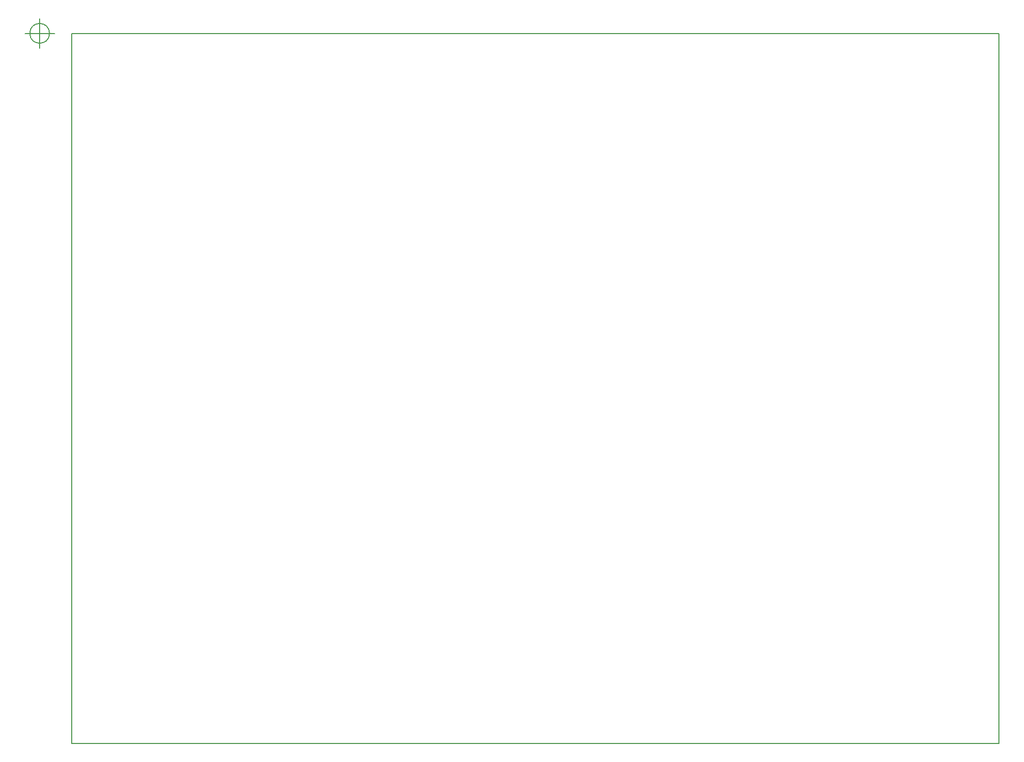
<source format=gko>
G04 #@! TF.GenerationSoftware,KiCad,Pcbnew,(5.1.0)-1*
G04 #@! TF.CreationDate,2019-09-04T16:49:56-07:00*
G04 #@! TF.ProjectId,pwr supply rev 5,70777220-7375-4707-906c-792072657620,rev?*
G04 #@! TF.SameCoordinates,Original*
G04 #@! TF.FileFunction,Profile,NP*
%FSLAX46Y46*%
G04 Gerber Fmt 4.6, Leading zero omitted, Abs format (unit mm)*
G04 Created by KiCad (PCBNEW (5.1.0)-1) date 2019-09-04 16:49:56*
%MOMM*%
%LPD*%
G04 APERTURE LIST*
%ADD10C,0.150000*%
G04 APERTURE END LIST*
D10*
X1666666Y0D02*
G75*
G03X1666666Y0I-1666666J0D01*
G01*
X-2500000Y0D02*
X2500000Y0D01*
X0Y2500000D02*
X0Y-2500000D01*
X1666666Y0D02*
G75*
G03X1666666Y0I-1666666J0D01*
G01*
X-2500000Y0D02*
X2500000Y0D01*
X0Y2500000D02*
X0Y-2500000D01*
X5400000Y0D02*
X162000000Y0D01*
X162000000Y0D02*
X162000000Y-120000000D01*
X5400000Y-120000000D02*
X162000000Y-120000000D01*
X5400000Y0D02*
X5400000Y-120000000D01*
M02*

</source>
